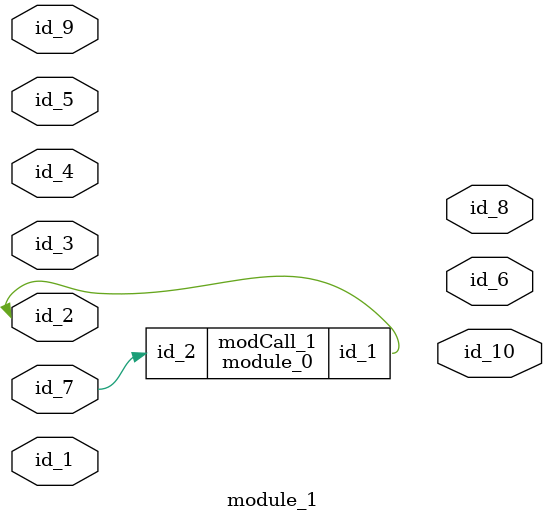
<source format=v>
module module_0 (
    id_1,
    id_2
);
  input wire id_2;
  output wire id_1;
  assign id_1 = 1'd0 + id_2;
endmodule
module module_1 (
    id_1,
    id_2,
    id_3,
    id_4,
    id_5,
    id_6,
    id_7,
    id_8,
    id_9,
    id_10
);
  output wire id_10;
  input wire id_9;
  output wire id_8;
  input wire id_7;
  output wire id_6;
  input wire id_5;
  inout wire id_4;
  inout wire id_3;
  inout wire id_2;
  inout wire id_1;
  wire id_11;
  module_0 modCall_1 (
      id_2,
      id_7
  );
endmodule

</source>
